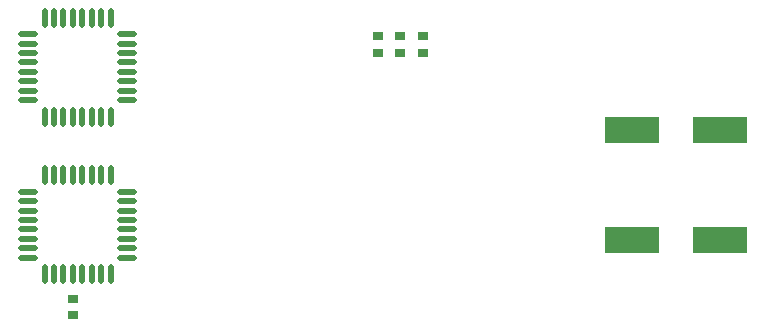
<source format=gbp>
%FSTAX24Y24*%
%MOIN*%
%SFA1B1*%

%IPPOS*%
%ADD10R,0.035400X0.031500*%
%ADD31R,0.179100X0.090600*%
%ADD32O,0.021700X0.065000*%
%ADD33O,0.065000X0.021700*%
%LNskateboardpcb-1*%
%LPD*%
G54D10*
X0044Y002024D03*
Y002576D03*
X0153Y011326D03*
Y010774D03*
X01455Y011326D03*
Y010774D03*
X01605Y011326D03*
Y010774D03*
G54D31*
X023024Y0082D03*
X025976D03*
Y00455D03*
X023024D03*
G54D32*
X005652Y011954D03*
X005337D03*
X005022D03*
X004707D03*
X004393D03*
X004078D03*
X003763D03*
X003448D03*
Y008646D03*
X003763D03*
X004078D03*
X004393D03*
X004707D03*
X005022D03*
X005337D03*
X005652D03*
X003448Y003396D03*
X003763D03*
X004078D03*
X004393D03*
X004707D03*
X005022D03*
X005337D03*
X005652D03*
Y006704D03*
X005337D03*
X005022D03*
X004707D03*
X004393D03*
X004078D03*
X003763D03*
X003448D03*
G54D33*
X002896Y011402D03*
Y011087D03*
Y010772D03*
Y010457D03*
Y010143D03*
Y009828D03*
Y009513D03*
Y009198D03*
X006204D03*
Y009513D03*
Y009828D03*
Y010143D03*
Y010457D03*
Y010772D03*
Y011087D03*
Y011402D03*
X002896Y006152D03*
Y005837D03*
Y005522D03*
Y005207D03*
Y004893D03*
Y004578D03*
Y004263D03*
Y003948D03*
X006204D03*
Y004263D03*
Y004578D03*
Y004893D03*
Y005207D03*
Y005522D03*
Y005837D03*
Y006152D03*
M02*
</source>
